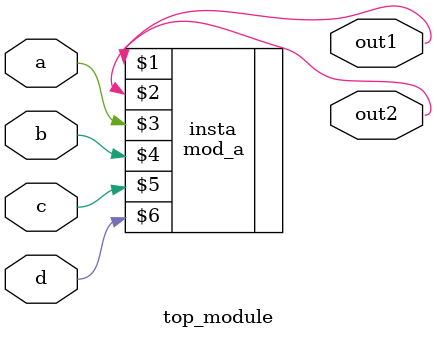
<source format=v>
module top_module ( 
    input a, 
    input b, 
    input c,
    input d,
    output out1,
    output out2
);
	
    //implement module from folder, placing input and output ports in the correct positions 
    //we place the by order, then code will automatically inport it to the ports
    mod_a insta (out1,out2,a,b,c,d);
    
endmodule
</source>
